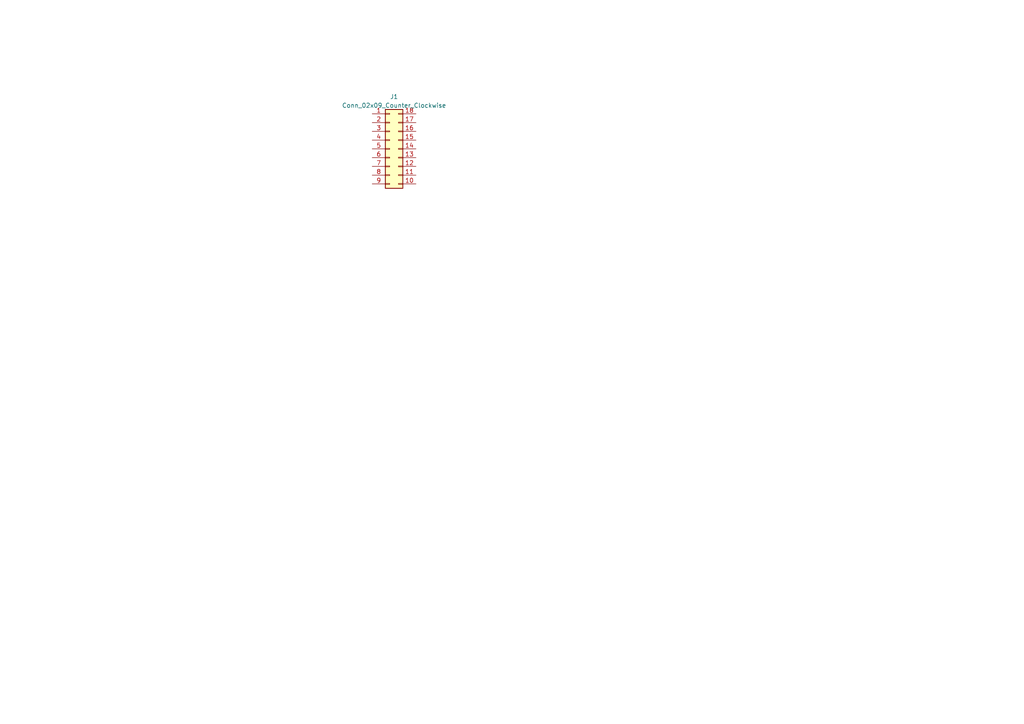
<source format=kicad_sch>
(kicad_sch (version 20211123) (generator eeschema)
  (paper "A4")
  (lib_symbols
    (symbol "Connector_Generic:Conn_02x09_Counter_Clockwise" (pin_names (offset 1.016) hide)
      (property "Reference" "J" (at 1.27 12.7 0))
      (property "Value" "Conn_02x09_Counter_Clockwise" (at 1.27 -12.7 0))
      (symbol "Conn_02x09_Counter_Clockwise_1_1"
        (rectangle (start -1.27 -10.033) (end 0 -10.287) (stroke (width 0.1524)))
        (rectangle (start -1.27 -7.493) (end 0 -7.747) (stroke (width 0.1524)))
        (rectangle (start -1.27 -4.953) (end 0 -5.207) (stroke (width 0.1524)))
        (rectangle (start -1.27 -2.413) (end 0 -2.667) (stroke (width 0.1524)))
        (rectangle (start -1.27 0.127) (end 0 -0.127) (stroke (width 0.1524)))
        (rectangle (start -1.27 2.667) (end 0 2.413) (stroke (width 0.1524)))
        (rectangle (start -1.27 5.207) (end 0 4.953) (stroke (width 0.1524)))
        (rectangle (start -1.27 7.747) (end 0 7.493) (stroke (width 0.1524)))
        (rectangle (start -1.27 10.287) (end 0 10.033) (stroke (width 0.1524)))
        (rectangle (start -1.27 11.43) (end 3.81 -11.43) (stroke (width 0.254)) (fill (type background)))
        (rectangle (start 3.81 -10.033) (end 2.54 -10.287) (stroke (width 0.1524)))
        (rectangle (start 3.81 -7.493) (end 2.54 -7.747) (stroke (width 0.1524)))
        (rectangle (start 3.81 -4.953) (end 2.54 -5.207) (stroke (width 0.1524)))
        (rectangle (start 3.81 -2.413) (end 2.54 -2.667) (stroke (width 0.1524)))
        (rectangle (start 3.81 0.127) (end 2.54 -0.127) (stroke (width 0.1524)))
        (rectangle (start 3.81 2.667) (end 2.54 2.413) (stroke (width 0.1524)))
        (rectangle (start 3.81 5.207) (end 2.54 4.953) (stroke (width 0.1524)))
        (rectangle (start 3.81 7.747) (end 2.54 7.493) (stroke (width 0.1524)))
        (rectangle (start 3.81 10.287) (end 2.54 10.033) (stroke (width 0.1524)))
        (pin passive line (at -5.08 10.16 0) (length 3.81) (name "Pin_1") (number "1"))
        (pin passive line (at 7.62 -10.16 180) (length 3.81) (name "Pin_10") (number "10"))
        (pin passive line (at 7.62 -7.62 180) (length 3.81) (name "Pin_11") (number "11"))
        (pin passive line (at 7.62 -5.08 180) (length 3.81) (name "Pin_12") (number "12"))
        (pin passive line (at 7.62 -2.54 180) (length 3.81) (name "Pin_13") (number "13"))
        (pin passive line (at 7.62 0 180) (length 3.81) (name "Pin_14") (number "14"))
        (pin passive line (at 7.62 2.54 180) (length 3.81) (name "Pin_15") (number "15"))
        (pin passive line (at 7.62 5.08 180) (length 3.81) (name "Pin_16") (number "16"))
        (pin passive line (at 7.62 7.62 180) (length 3.81) (name "Pin_17") (number "17"))
        (pin passive line (at 7.62 10.16 180) (length 3.81) (name "Pin_18") (number "18"))
        (pin passive line (at -5.08 7.62 0) (length 3.81) (name "Pin_2") (number "2"))
        (pin passive line (at -5.08 5.08 0) (length 3.81) (name "Pin_3") (number "3"))
        (pin passive line (at -5.08 2.54 0) (length 3.81) (name "Pin_4") (number "4"))
        (pin passive line (at -5.08 0 0) (length 3.81) (name "Pin_5") (number "5"))
        (pin passive line (at -5.08 -2.54 0) (length 3.81) (name "Pin_6") (number "6"))
        (pin passive line (at -5.08 -5.08 0) (length 3.81) (name "Pin_7") (number "7"))
        (pin passive line (at -5.08 -7.62 0) (length 3.81) (name "Pin_8") (number "8"))
        (pin passive line (at -5.08 -10.16 0) (length 3.81) (name "Pin_9") (number "9"))
      )
    )
  )
  (symbol (lib_id "Connector_Generic:Conn_02x09_Counter_Clockwise") (at 113.03 43.18 0) (unit 1)
    (property "Reference" "J1" (at 114.3 28.0502 0))
    (property "Value" "Conn_02x09_Counter_Clockwise" (at 114.3 30.5871 0))
  )
)
</source>
